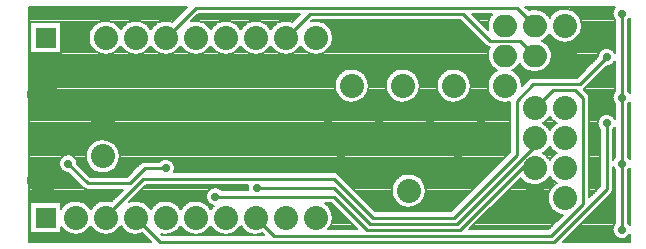
<source format=gbr>
G04 DipTrace 2.4.0.2*
%INBottom.gbr*%
%MOIN*%
%ADD16C,0.01*%
%ADD21C,0.007*%
%ADD24C,0.08*%
%ADD25C,0.08*%
%ADD26R,0.07X0.07*%
%ADD28O,0.08X0.075*%
%ADD29C,0.028*%
%ADD31C,0.04*%
%FSLAX44Y44*%
G04*
G70*
G90*
G75*
G01*
%LNBottom*%
%LPD*%
X11790Y5990D2*
D16*
X14340D1*
X15540Y4790D1*
X18440D1*
X21040Y7390D1*
Y7640D1*
Y6640D2*
Y6890D1*
X20840D1*
X18540Y4590D1*
X15440D1*
X14340Y5690D1*
X10390D1*
X21040Y8640D2*
X21640Y9240D1*
X22390D1*
X22640Y8990D1*
Y5440D1*
X21590Y4390D1*
X12340D1*
X11740Y4990D1*
X23440Y10340D2*
X22540Y9440D1*
X20990D1*
X20440Y8890D1*
Y7090D1*
X18340Y4990D1*
X15640D1*
X14340Y6290D1*
X7990D1*
X6690Y4990D1*
X6740D1*
X12740Y10990D2*
X13540Y11790D1*
X18640D1*
X19540Y10890D1*
X20540D1*
X20840Y10590D1*
X21140D1*
X21040Y10490D1*
Y10390D1*
X8740Y10990D2*
X9740Y11990D1*
X20440D1*
X21040Y11390D1*
X5490Y6790D2*
X6140Y6140D1*
X7540D1*
X8040Y6640D1*
X8740D1*
X7740Y4990D2*
X8540Y4190D1*
X21690D1*
X23440Y5940D1*
Y8140D1*
X23940Y11790D2*
Y8990D1*
Y6790D2*
Y8990D1*
Y6790D2*
Y4590D1*
D29*
X11790Y5990D3*
X10390Y5690D3*
X23440Y8140D3*
X19240Y8190D3*
X17540D3*
X15840D3*
X14140D3*
D31*
X18490Y7190D3*
X14590D3*
D29*
X23940Y11790D3*
X8740Y6640D3*
X5490Y6790D3*
X23440Y10340D3*
X23940Y8990D3*
Y4590D3*
X23190Y11790D3*
X23940Y6790D3*
X4182Y11936D2*
D21*
X9372D1*
X20809D2*
X21879D1*
X22201D2*
X23662D1*
X4182Y11868D2*
X9303D1*
X21329D2*
X21727D1*
X22354D2*
X23635D1*
X4182Y11799D2*
X9234D1*
X21429D2*
X21639D1*
X22441D2*
X23625D1*
X4182Y11730D2*
X9166D1*
X9795D2*
X13166D1*
X19015D2*
X19585D1*
X21494D2*
X21579D1*
X22502D2*
X23631D1*
X4182Y11662D2*
X9097D1*
X9727D2*
X13097D1*
X19083D2*
X19538D1*
X22546D2*
X23654D1*
X4182Y11593D2*
X9028D1*
X9658D2*
X13028D1*
X19152D2*
X19505D1*
X22577D2*
X23696D1*
X4182Y11524D2*
X6541D1*
X6939D2*
X7542D1*
X7938D2*
X8541D1*
X9939D2*
X10541D1*
X10939D2*
X11542D1*
X11938D2*
X12541D1*
X13939D2*
X18591D1*
X19221D2*
X19482D1*
X22598D2*
X23715D1*
X24164D2*
X24198D1*
X4182Y11455D2*
X4216D1*
X5264D2*
X6409D1*
X7072D2*
X7408D1*
X8072D2*
X8408D1*
X10071D2*
X10408D1*
X11072D2*
X11408D1*
X12072D2*
X12408D1*
X14072D2*
X18660D1*
X19289D2*
X19469D1*
X22611D2*
X23715D1*
X24164D2*
X24198D1*
X4182Y11387D2*
X4216D1*
X5264D2*
X6328D1*
X7153D2*
X7327D1*
X8153D2*
X8327D1*
X10153D2*
X10327D1*
X11153D2*
X11327D1*
X12153D2*
X12327D1*
X14153D2*
X18729D1*
X19358D2*
X19466D1*
X22614D2*
X23715D1*
X24164D2*
X24198D1*
X4182Y11318D2*
X4216D1*
X5264D2*
X6270D1*
X7210D2*
X7269D1*
X8210D2*
X8270D1*
X10210D2*
X10269D1*
X11210D2*
X11270D1*
X12211D2*
X12270D1*
X14210D2*
X18797D1*
X19426D2*
X19470D1*
X22610D2*
X23715D1*
X24164D2*
X24198D1*
X4182Y11249D2*
X4216D1*
X5264D2*
X6228D1*
X14252D2*
X18866D1*
X22597D2*
X23715D1*
X24164D2*
X24198D1*
X4182Y11181D2*
X4216D1*
X5264D2*
X6199D1*
X14281D2*
X18934D1*
X22575D2*
X23715D1*
X24164D2*
X24198D1*
X4182Y11112D2*
X4216D1*
X5264D2*
X6179D1*
X14301D2*
X19003D1*
X22542D2*
X23715D1*
X24164D2*
X24198D1*
X4182Y11043D2*
X4216D1*
X5264D2*
X6168D1*
X14312D2*
X19072D1*
X21489D2*
X21583D1*
X22496D2*
X23715D1*
X24164D2*
X24198D1*
X4182Y10975D2*
X4216D1*
X5264D2*
X6166D1*
X14314D2*
X19141D1*
X21421D2*
X21647D1*
X22434D2*
X23715D1*
X24164D2*
X24198D1*
X4182Y10906D2*
X4216D1*
X5264D2*
X6171D1*
X14308D2*
X19210D1*
X21317D2*
X21736D1*
X22343D2*
X23715D1*
X24164D2*
X24198D1*
X4182Y10837D2*
X4216D1*
X5264D2*
X6187D1*
X14293D2*
X19278D1*
X21380D2*
X21904D1*
X22176D2*
X23715D1*
X24164D2*
X24198D1*
X4182Y10769D2*
X4216D1*
X5264D2*
X6211D1*
X14269D2*
X19347D1*
X21461D2*
X23715D1*
X24164D2*
X24198D1*
X4182Y10700D2*
X4216D1*
X5264D2*
X6246D1*
X14235D2*
X19427D1*
X21517D2*
X23715D1*
X24164D2*
X24198D1*
X4182Y10631D2*
X4216D1*
X5264D2*
X6294D1*
X7187D2*
X7293D1*
X8187D2*
X8293D1*
X9186D2*
X9293D1*
X10187D2*
X10294D1*
X11187D2*
X11293D1*
X12187D2*
X12293D1*
X13186D2*
X13294D1*
X14187D2*
X19522D1*
X21558D2*
X23334D1*
X23546D2*
X23715D1*
X24164D2*
X24198D1*
X4182Y10563D2*
X4216D1*
X5264D2*
X6359D1*
X7120D2*
X7360D1*
X8120D2*
X8360D1*
X9121D2*
X9359D1*
X10121D2*
X10359D1*
X11120D2*
X11360D1*
X12120D2*
X12360D1*
X13121D2*
X13359D1*
X14120D2*
X19493D1*
X21586D2*
X23221D1*
X23659D2*
X23715D1*
X24164D2*
X24198D1*
X4182Y10494D2*
X4216D1*
X5264D2*
X6458D1*
X7023D2*
X7457D1*
X8023D2*
X8457D1*
X9022D2*
X9457D1*
X10023D2*
X10458D1*
X11023D2*
X11457D1*
X12023D2*
X12457D1*
X13022D2*
X13458D1*
X14023D2*
X19476D1*
X21605D2*
X23167D1*
X24164D2*
X24198D1*
X4182Y10425D2*
X6677D1*
X6803D2*
X7677D1*
X7803D2*
X8677D1*
X8803D2*
X9677D1*
X9803D2*
X10677D1*
X10803D2*
X11677D1*
X11803D2*
X12677D1*
X12803D2*
X13677D1*
X13803D2*
X19467D1*
X21614D2*
X23137D1*
X24164D2*
X24198D1*
X4182Y10356D2*
X19467D1*
X21614D2*
X23125D1*
X24164D2*
X24198D1*
X4182Y10288D2*
X19476D1*
X21605D2*
X23073D1*
X24164D2*
X24198D1*
X4182Y10219D2*
X19493D1*
X21587D2*
X23004D1*
X24164D2*
X24198D1*
X4182Y10150D2*
X19522D1*
X21559D2*
X22936D1*
X23690D2*
X23716D1*
X24164D2*
X24198D1*
X4182Y10082D2*
X19562D1*
X20519D2*
X20562D1*
X21518D2*
X22867D1*
X23614D2*
X23715D1*
X24164D2*
X24198D1*
X4182Y10013D2*
X19618D1*
X20462D2*
X20617D1*
X21463D2*
X22798D1*
X23428D2*
X23715D1*
X24164D2*
X24198D1*
X4182Y9944D2*
X14811D1*
X15069D2*
X16512D1*
X16768D2*
X18211D1*
X18469D2*
X19699D1*
X20382D2*
X20698D1*
X21382D2*
X22729D1*
X23359D2*
X23715D1*
X24164D2*
X24198D1*
X4182Y9876D2*
X14639D1*
X15240D2*
X16340D1*
X16941D2*
X18039D1*
X18641D2*
X19739D1*
X20341D2*
X20835D1*
X21245D2*
X22661D1*
X23290D2*
X23715D1*
X24164D2*
X24198D1*
X4182Y9807D2*
X14548D1*
X15332D2*
X16248D1*
X17032D2*
X17948D1*
X18732D2*
X19648D1*
X20432D2*
X22593D1*
X23221D2*
X23715D1*
X24164D2*
X24198D1*
X4182Y9738D2*
X14485D1*
X15396D2*
X16184D1*
X17095D2*
X17885D1*
X18795D2*
X19585D1*
X20495D2*
X22524D1*
X23153D2*
X23715D1*
X24164D2*
X24198D1*
X4182Y9670D2*
X14439D1*
X15441D2*
X16139D1*
X17141D2*
X17839D1*
X18841D2*
X19539D1*
X20541D2*
X22455D1*
X23085D2*
X23715D1*
X24164D2*
X24198D1*
X4182Y9601D2*
X14406D1*
X15474D2*
X16106D1*
X17174D2*
X17807D1*
X18874D2*
X19506D1*
X20573D2*
X20836D1*
X23016D2*
X23715D1*
X24164D2*
X24198D1*
X4182Y9532D2*
X14383D1*
X15496D2*
X16084D1*
X17196D2*
X17784D1*
X18897D2*
X19483D1*
X20596D2*
X20767D1*
X22947D2*
X23715D1*
X24164D2*
X24198D1*
X4182Y9464D2*
X14370D1*
X15509D2*
X16071D1*
X17210D2*
X17770D1*
X18910D2*
X19470D1*
X20610D2*
X20698D1*
X22878D2*
X23715D1*
X24164D2*
X24198D1*
X4182Y9395D2*
X14366D1*
X15515D2*
X16065D1*
X17215D2*
X17765D1*
X18914D2*
X19466D1*
X22809D2*
X23715D1*
X24164D2*
X24198D1*
X4182Y9326D2*
X14369D1*
X15511D2*
X16069D1*
X17211D2*
X17769D1*
X18911D2*
X19469D1*
X22741D2*
X23715D1*
X24164D2*
X24198D1*
X4182Y9257D2*
X14381D1*
X15498D2*
X16081D1*
X17199D2*
X17781D1*
X18899D2*
X19481D1*
X22688D2*
X23715D1*
X24164D2*
X24198D1*
X4182Y9189D2*
X14403D1*
X15478D2*
X16102D1*
X17177D2*
X17802D1*
X18878D2*
X19502D1*
X22756D2*
X23699D1*
X4182Y9120D2*
X14433D1*
X15446D2*
X16134D1*
X17147D2*
X17834D1*
X18846D2*
X19534D1*
X22821D2*
X23655D1*
X4182Y9051D2*
X14477D1*
X15402D2*
X16178D1*
X17103D2*
X17878D1*
X18803D2*
X19577D1*
X22856D2*
X23632D1*
X4182Y8983D2*
X14537D1*
X15342D2*
X16238D1*
X17043D2*
X17938D1*
X18743D2*
X19637D1*
X22865D2*
X23625D1*
X4182Y8914D2*
X14624D1*
X15257D2*
X16323D1*
X16956D2*
X18024D1*
X18656D2*
X19724D1*
X22865D2*
X23635D1*
X4182Y8845D2*
X14774D1*
X15107D2*
X16473D1*
X16807D2*
X18173D1*
X18506D2*
X19874D1*
X22865D2*
X23661D1*
X4182Y8777D2*
X20215D1*
X22865D2*
X23712D1*
X24169D2*
X24198D1*
X4182Y8708D2*
X20215D1*
X22865D2*
X23715D1*
X24164D2*
X24198D1*
X4182Y8639D2*
X20215D1*
X22865D2*
X23715D1*
X24164D2*
X24198D1*
X4182Y8571D2*
X20215D1*
X22865D2*
X23715D1*
X24164D2*
X24198D1*
X4182Y8502D2*
X20215D1*
X22865D2*
X23715D1*
X24164D2*
X24198D1*
X4182Y8433D2*
X20215D1*
X22865D2*
X23340D1*
X23540D2*
X23715D1*
X24164D2*
X24198D1*
X4182Y8365D2*
X20215D1*
X22865D2*
X23223D1*
X23657D2*
X23715D1*
X24164D2*
X24198D1*
X4182Y8296D2*
X20215D1*
X21499D2*
X21581D1*
X22865D2*
X23168D1*
X24164D2*
X24198D1*
X4182Y8227D2*
X20215D1*
X21436D2*
X21643D1*
X22865D2*
X23139D1*
X24164D2*
X24198D1*
X4182Y8158D2*
X20215D1*
X21348D2*
X21732D1*
X22865D2*
X23125D1*
X24164D2*
X24198D1*
X4182Y8090D2*
X20215D1*
X21393D2*
X21687D1*
X22865D2*
X23130D1*
X24164D2*
X24198D1*
X4182Y8021D2*
X20215D1*
X21467D2*
X21613D1*
X22865D2*
X23149D1*
X24164D2*
X24198D1*
X4182Y7952D2*
X20215D1*
X21521D2*
X21559D1*
X22865D2*
X23189D1*
X23691D2*
X23716D1*
X24164D2*
X24198D1*
X4182Y7884D2*
X20215D1*
X22865D2*
X23215D1*
X23664D2*
X23715D1*
X24164D2*
X24198D1*
X4182Y7815D2*
X20215D1*
X22865D2*
X23215D1*
X23664D2*
X23715D1*
X24164D2*
X24198D1*
X4182Y7746D2*
X20215D1*
X22865D2*
X23215D1*
X23664D2*
X23715D1*
X24164D2*
X24198D1*
X4182Y7678D2*
X20215D1*
X22865D2*
X23215D1*
X23664D2*
X23715D1*
X24164D2*
X24198D1*
X4182Y7609D2*
X20215D1*
X22865D2*
X23215D1*
X23664D2*
X23715D1*
X24164D2*
X24198D1*
X4182Y7540D2*
X6386D1*
X6897D2*
X20215D1*
X22865D2*
X23215D1*
X23664D2*
X23715D1*
X24164D2*
X24198D1*
X4182Y7472D2*
X6278D1*
X7006D2*
X20215D1*
X22865D2*
X23215D1*
X23664D2*
X23715D1*
X24164D2*
X24198D1*
X4182Y7403D2*
X6207D1*
X7077D2*
X20215D1*
X22865D2*
X23215D1*
X23664D2*
X23715D1*
X24164D2*
X24198D1*
X4182Y7334D2*
X6156D1*
X7128D2*
X20215D1*
X21525D2*
X21554D1*
X22865D2*
X23215D1*
X23664D2*
X23715D1*
X24164D2*
X24198D1*
X4182Y7266D2*
X6119D1*
X7165D2*
X20215D1*
X21474D2*
X21606D1*
X22865D2*
X23215D1*
X23664D2*
X23715D1*
X24164D2*
X24198D1*
X4182Y7197D2*
X6092D1*
X7191D2*
X20215D1*
X21401D2*
X21678D1*
X22865D2*
X23215D1*
X23664D2*
X23715D1*
X24164D2*
X24198D1*
X4182Y7128D2*
X6076D1*
X7208D2*
X20164D1*
X21337D2*
X21743D1*
X22865D2*
X23215D1*
X23664D2*
X23715D1*
X24164D2*
X24198D1*
X4182Y7059D2*
X5334D1*
X5645D2*
X6068D1*
X7216D2*
X20095D1*
X21430D2*
X21651D1*
X22865D2*
X23215D1*
X23664D2*
X23715D1*
X24164D2*
X24198D1*
X4182Y6991D2*
X5250D1*
X5730D2*
X6068D1*
X7214D2*
X20026D1*
X21493D2*
X21587D1*
X22865D2*
X23215D1*
X23664D2*
X23700D1*
X4182Y6922D2*
X5205D1*
X5775D2*
X6077D1*
X7206D2*
X8610D1*
X8869D2*
X19958D1*
X22865D2*
X23215D1*
X4182Y6853D2*
X5182D1*
X5798D2*
X6096D1*
X7188D2*
X7990D1*
X8969D2*
X19889D1*
X22865D2*
X23215D1*
X4182Y6785D2*
X5176D1*
X5810D2*
X6123D1*
X7161D2*
X7870D1*
X9018D2*
X19820D1*
X22865D2*
X23215D1*
X4182Y6716D2*
X5185D1*
X5879D2*
X6162D1*
X7121D2*
X7801D1*
X9045D2*
X19751D1*
X22865D2*
X23215D1*
X4182Y6647D2*
X5211D1*
X5948D2*
X6216D1*
X7068D2*
X7733D1*
X9054D2*
X19682D1*
X22865D2*
X23215D1*
X4182Y6579D2*
X5259D1*
X6016D2*
X6290D1*
X6992D2*
X7664D1*
X9049D2*
X19614D1*
X22865D2*
X23215D1*
X23664D2*
X23709D1*
X24171D2*
X24197D1*
X4182Y6510D2*
X5355D1*
X6085D2*
X6407D1*
X6876D2*
X7595D1*
X9026D2*
X19546D1*
X22865D2*
X23215D1*
X23664D2*
X23715D1*
X24164D2*
X24198D1*
X4182Y6441D2*
X5524D1*
X6153D2*
X7526D1*
X14503D2*
X16697D1*
X16982D2*
X19477D1*
X22865D2*
X23215D1*
X23664D2*
X23715D1*
X24164D2*
X24198D1*
X4182Y6373D2*
X5593D1*
X6222D2*
X7457D1*
X14572D2*
X16534D1*
X17146D2*
X19408D1*
X22865D2*
X23215D1*
X23664D2*
X23715D1*
X24164D2*
X24198D1*
X4182Y6304D2*
X5662D1*
X14641D2*
X16445D1*
X17235D2*
X19339D1*
X21504D2*
X21576D1*
X22865D2*
X23215D1*
X23664D2*
X23715D1*
X24164D2*
X24198D1*
X4182Y6235D2*
X5730D1*
X14710D2*
X16382D1*
X17298D2*
X19271D1*
X20500D2*
X20635D1*
X21445D2*
X21635D1*
X22865D2*
X23215D1*
X23664D2*
X23715D1*
X24164D2*
X24198D1*
X4182Y6167D2*
X5798D1*
X14778D2*
X16338D1*
X17343D2*
X19202D1*
X20431D2*
X20720D1*
X21360D2*
X21720D1*
X22865D2*
X23215D1*
X23664D2*
X23715D1*
X24164D2*
X24198D1*
X4182Y6098D2*
X5867D1*
X14847D2*
X16305D1*
X17375D2*
X19133D1*
X20362D2*
X20865D1*
X21216D2*
X21698D1*
X22865D2*
X23215D1*
X23664D2*
X23715D1*
X24164D2*
X24198D1*
X4182Y6029D2*
X5936D1*
X8043D2*
X11478D1*
X14916D2*
X16283D1*
X17397D2*
X19064D1*
X20293D2*
X21619D1*
X22865D2*
X23214D1*
X23664D2*
X23715D1*
X24164D2*
X24198D1*
X4182Y5960D2*
X6010D1*
X7976D2*
X10237D1*
X10544D2*
X11477D1*
X14984D2*
X16270D1*
X17410D2*
X18995D1*
X20226D2*
X21565D1*
X22865D2*
X23146D1*
X23664D2*
X23715D1*
X24164D2*
X24198D1*
X4182Y5892D2*
X7277D1*
X7907D2*
X10151D1*
X15053D2*
X16265D1*
X17415D2*
X18928D1*
X20157D2*
X21524D1*
X22865D2*
X23077D1*
X23659D2*
X23715D1*
X24164D2*
X24198D1*
X4182Y5823D2*
X7208D1*
X7838D2*
X10105D1*
X15121D2*
X16270D1*
X17410D2*
X18859D1*
X20088D2*
X21496D1*
X22865D2*
X23008D1*
X23631D2*
X23715D1*
X24164D2*
X24198D1*
X4182Y5754D2*
X7139D1*
X7769D2*
X10082D1*
X15190D2*
X16282D1*
X17398D2*
X18790D1*
X20019D2*
X21477D1*
X22865D2*
X22939D1*
X23569D2*
X23715D1*
X24164D2*
X24198D1*
X4182Y5686D2*
X7071D1*
X7700D2*
X10076D1*
X15259D2*
X16304D1*
X17376D2*
X18721D1*
X19950D2*
X21467D1*
X23500D2*
X23715D1*
X24164D2*
X24198D1*
X4182Y5617D2*
X7002D1*
X7632D2*
X10085D1*
X15328D2*
X16335D1*
X17345D2*
X18652D1*
X19882D2*
X21466D1*
X23431D2*
X23715D1*
X24164D2*
X24198D1*
X4182Y5548D2*
X5631D1*
X5849D2*
X6631D1*
X6849D2*
X6934D1*
X7563D2*
X7631D1*
X7849D2*
X8631D1*
X8848D2*
X9631D1*
X9849D2*
X10110D1*
X15397D2*
X16380D1*
X17300D2*
X18584D1*
X19813D2*
X21473D1*
X23363D2*
X23715D1*
X24164D2*
X24198D1*
X4182Y5480D2*
X4216D1*
X5264D2*
X5446D1*
X6034D2*
X6446D1*
X8034D2*
X8446D1*
X9034D2*
X9446D1*
X10034D2*
X10159D1*
X15465D2*
X16440D1*
X17239D2*
X18515D1*
X19744D2*
X21488D1*
X23295D2*
X23715D1*
X24164D2*
X24198D1*
X4182Y5411D2*
X4216D1*
X5264D2*
X5352D1*
X6127D2*
X6353D1*
X8128D2*
X8352D1*
X9127D2*
X9352D1*
X10128D2*
X10253D1*
X14128D2*
X14304D1*
X15533D2*
X16529D1*
X17151D2*
X18446D1*
X19676D2*
X21513D1*
X23226D2*
X23715D1*
X24164D2*
X24198D1*
X4182Y5342D2*
X4216D1*
X5264D2*
X5287D1*
X6192D2*
X6288D1*
X8192D2*
X8288D1*
X9192D2*
X9288D1*
X10192D2*
X10288D1*
X14193D2*
X14373D1*
X15602D2*
X16684D1*
X16996D2*
X18377D1*
X19607D2*
X21549D1*
X23157D2*
X23715D1*
X24164D2*
X24198D1*
X4182Y5274D2*
X4216D1*
X14238D2*
X14442D1*
X15671D2*
X18309D1*
X19539D2*
X21600D1*
X23088D2*
X23715D1*
X24164D2*
X24198D1*
X4182Y5205D2*
X4216D1*
X14272D2*
X14510D1*
X19470D2*
X21669D1*
X23019D2*
X23715D1*
X24164D2*
X24198D1*
X4182Y5136D2*
X4216D1*
X14295D2*
X14579D1*
X19401D2*
X21771D1*
X22951D2*
X23715D1*
X24164D2*
X24198D1*
X4182Y5068D2*
X4216D1*
X14310D2*
X14648D1*
X19332D2*
X21953D1*
X22882D2*
X23715D1*
X24164D2*
X24198D1*
X4182Y4999D2*
X4216D1*
X14315D2*
X14717D1*
X19263D2*
X21884D1*
X22813D2*
X23715D1*
X24164D2*
X24198D1*
X4182Y4930D2*
X4216D1*
X14312D2*
X14786D1*
X19195D2*
X21815D1*
X22745D2*
X23715D1*
X24164D2*
X24198D1*
X4182Y4861D2*
X4216D1*
X14300D2*
X14853D1*
X19126D2*
X21747D1*
X22676D2*
X23715D1*
X24164D2*
X24198D1*
X4182Y4793D2*
X4216D1*
X14279D2*
X14922D1*
X19058D2*
X21678D1*
X22608D2*
X23702D1*
X4182Y4724D2*
X4216D1*
X14248D2*
X14991D1*
X18989D2*
X21609D1*
X22539D2*
X23656D1*
X4182Y4655D2*
X4216D1*
X6206D2*
X6274D1*
X7206D2*
X7275D1*
X9205D2*
X9274D1*
X10206D2*
X10275D1*
X11206D2*
X11275D1*
X14206D2*
X15060D1*
X18920D2*
X21541D1*
X22470D2*
X23633D1*
X4182Y4587D2*
X4216D1*
X5264D2*
X5333D1*
X6147D2*
X6333D1*
X7147D2*
X7334D1*
X9146D2*
X9333D1*
X10147D2*
X10334D1*
X11146D2*
X11334D1*
X22401D2*
X23625D1*
X4182Y4518D2*
X4216D1*
X5264D2*
X5418D1*
X6063D2*
X6417D1*
X7062D2*
X7418D1*
X9062D2*
X9417D1*
X10063D2*
X10418D1*
X11062D2*
X11418D1*
X22332D2*
X23634D1*
X4182Y4449D2*
X5560D1*
X5919D2*
X6561D1*
X6920D2*
X7560D1*
X7920D2*
X7966D1*
X8920D2*
X9561D1*
X9919D2*
X10560D1*
X10920D2*
X11560D1*
X11920D2*
X11966D1*
X22264D2*
X23659D1*
X4182Y4381D2*
X8035D1*
X22196D2*
X23707D1*
X24172D2*
X24198D1*
X4182Y4312D2*
X8103D1*
X22127D2*
X23801D1*
X24079D2*
X24198D1*
X4182Y4243D2*
X8172D1*
X22058D2*
X24198D1*
X15507Y9355D2*
X15498Y9286D1*
X15481Y9218D1*
X15456Y9153D1*
X15423Y9091D1*
X15382Y9034D1*
X15335Y8982D1*
X15282Y8937D1*
X15223Y8898D1*
X15161Y8867D1*
X15095Y8844D1*
X15026Y8829D1*
X14957Y8823D1*
X14887Y8825D1*
X14818Y8836D1*
X14750Y8855D1*
X14686Y8882D1*
X14626Y8917D1*
X14570Y8960D1*
X14520Y9008D1*
X14476Y9063D1*
X14439Y9122D1*
X14410Y9186D1*
X14389Y9253D1*
X14376Y9322D1*
X14372Y9391D1*
X14377Y9461D1*
X14390Y9530D1*
X14411Y9597D1*
X14441Y9660D1*
X14478Y9719D1*
X14522Y9774D1*
X14572Y9822D1*
X14628Y9864D1*
X14689Y9899D1*
X14753Y9926D1*
X14821Y9945D1*
X14890Y9955D1*
X14960Y9957D1*
X15029Y9951D1*
X15098Y9935D1*
X15163Y9912D1*
X15226Y9880D1*
X15284Y9842D1*
X15337Y9796D1*
X15384Y9744D1*
X15424Y9687D1*
X15457Y9625D1*
X15482Y9559D1*
X15499Y9492D1*
X15507Y9422D1*
Y9355D1*
X17207D2*
X17198Y9286D1*
X17181Y9218D1*
X17156Y9153D1*
X17123Y9091D1*
X17082Y9034D1*
X17035Y8982D1*
X16982Y8937D1*
X16923Y8898D1*
X16861Y8867D1*
X16795Y8844D1*
X16726Y8829D1*
X16657Y8823D1*
X16587Y8825D1*
X16518Y8836D1*
X16450Y8855D1*
X16386Y8882D1*
X16326Y8917D1*
X16270Y8960D1*
X16220Y9008D1*
X16176Y9063D1*
X16139Y9122D1*
X16110Y9186D1*
X16089Y9253D1*
X16076Y9322D1*
X16072Y9391D1*
X16077Y9461D1*
X16090Y9530D1*
X16111Y9597D1*
X16141Y9660D1*
X16178Y9719D1*
X16222Y9774D1*
X16272Y9822D1*
X16328Y9864D1*
X16389Y9899D1*
X16453Y9926D1*
X16521Y9945D1*
X16590Y9955D1*
X16660Y9957D1*
X16729Y9951D1*
X16798Y9935D1*
X16863Y9912D1*
X16926Y9880D1*
X16984Y9842D1*
X17037Y9796D1*
X17084Y9744D1*
X17124Y9687D1*
X17157Y9625D1*
X17182Y9559D1*
X17199Y9492D1*
X17207Y9422D1*
Y9355D1*
X18907D2*
X18898Y9286D1*
X18881Y9218D1*
X18856Y9153D1*
X18823Y9091D1*
X18782Y9034D1*
X18735Y8982D1*
X18682Y8937D1*
X18623Y8898D1*
X18561Y8867D1*
X18495Y8844D1*
X18426Y8829D1*
X18357Y8823D1*
X18287Y8825D1*
X18218Y8836D1*
X18150Y8855D1*
X18086Y8882D1*
X18026Y8917D1*
X17970Y8960D1*
X17920Y9008D1*
X17876Y9063D1*
X17839Y9122D1*
X17810Y9186D1*
X17789Y9253D1*
X17776Y9322D1*
X17772Y9391D1*
X17777Y9461D1*
X17790Y9530D1*
X17811Y9597D1*
X17841Y9660D1*
X17878Y9719D1*
X17922Y9774D1*
X17972Y9822D1*
X18028Y9864D1*
X18089Y9899D1*
X18153Y9926D1*
X18221Y9945D1*
X18290Y9955D1*
X18360Y9957D1*
X18429Y9951D1*
X18498Y9935D1*
X18563Y9912D1*
X18626Y9880D1*
X18684Y9842D1*
X18737Y9796D1*
X18784Y9744D1*
X18824Y9687D1*
X18857Y9625D1*
X18882Y9559D1*
X18899Y9492D1*
X18907Y9422D1*
Y9355D1*
X20223Y8853D2*
X20161Y8835D1*
X20092Y8825D1*
X20022Y8823D1*
X19952Y8829D1*
X19884Y8844D1*
X19818Y8868D1*
X19755Y8899D1*
X19697Y8938D1*
X19644Y8983D1*
X19597Y9035D1*
X19557Y9092D1*
X19524Y9154D1*
X19499Y9219D1*
X19482Y9287D1*
X19473Y9356D1*
Y9426D1*
X19482Y9496D1*
X19499Y9564D1*
X19525Y9629D1*
X19558Y9690D1*
X19599Y9747D1*
X19646Y9799D1*
X19699Y9844D1*
X19758Y9883D1*
X19786Y9898D1*
X19728Y9929D1*
X19671Y9970D1*
X19620Y10018D1*
X19575Y10072D1*
X19538Y10131D1*
X19509Y10194D1*
X19488Y10261D1*
X19476Y10330D1*
X19472Y10400D1*
X19478Y10470D1*
X19493Y10538D1*
X19516Y10604D1*
X19548Y10666D1*
X19552Y10673D1*
X19505Y10675D1*
X19471Y10683D1*
X19439Y10697D1*
X19409Y10716D1*
X19386Y10736D1*
X18550Y11572D1*
X13630D1*
X13597Y11539D1*
X13655Y11551D1*
X13725Y11558D1*
X13795Y11555D1*
X13864Y11544D1*
X13931Y11525D1*
X13995Y11497D1*
X14056Y11462D1*
X14111Y11419D1*
X14161Y11371D1*
X14205Y11316D1*
X14241Y11256D1*
X14270Y11193D1*
X14291Y11126D1*
X14304Y11057D1*
X14308Y10990D1*
X14303Y10920D1*
X14291Y10851D1*
X14269Y10785D1*
X14240Y10721D1*
X14203Y10662D1*
X14159Y10607D1*
X14109Y10559D1*
X14053Y10516D1*
X13993Y10482D1*
X13928Y10454D1*
X13861Y10435D1*
X13792Y10425D1*
X13722Y10423D1*
X13652Y10429D1*
X13584Y10444D1*
X13518Y10468D1*
X13455Y10499D1*
X13397Y10538D1*
X13344Y10583D1*
X13297Y10635D1*
X13257Y10692D1*
X13240Y10721D1*
X13203Y10662D1*
X13159Y10607D1*
X13109Y10559D1*
X13053Y10516D1*
X12993Y10482D1*
X12928Y10454D1*
X12861Y10435D1*
X12792Y10425D1*
X12722Y10423D1*
X12652Y10429D1*
X12584Y10444D1*
X12518Y10468D1*
X12455Y10499D1*
X12397Y10538D1*
X12344Y10583D1*
X12297Y10635D1*
X12257Y10692D1*
X12240Y10721D1*
X12203Y10662D1*
X12159Y10607D1*
X12109Y10559D1*
X12053Y10516D1*
X11993Y10482D1*
X11928Y10454D1*
X11861Y10435D1*
X11792Y10425D1*
X11722Y10423D1*
X11652Y10429D1*
X11584Y10444D1*
X11518Y10468D1*
X11455Y10499D1*
X11397Y10538D1*
X11344Y10583D1*
X11297Y10635D1*
X11257Y10692D1*
X11240Y10721D1*
X11203Y10662D1*
X11159Y10607D1*
X11109Y10559D1*
X11053Y10516D1*
X10993Y10482D1*
X10928Y10454D1*
X10861Y10435D1*
X10792Y10425D1*
X10722Y10423D1*
X10652Y10429D1*
X10584Y10444D1*
X10518Y10468D1*
X10455Y10499D1*
X10397Y10538D1*
X10344Y10583D1*
X10297Y10635D1*
X10257Y10692D1*
X10240Y10721D1*
X10203Y10662D1*
X10159Y10607D1*
X10109Y10559D1*
X10053Y10516D1*
X9993Y10482D1*
X9928Y10454D1*
X9861Y10435D1*
X9792Y10425D1*
X9722Y10423D1*
X9652Y10429D1*
X9584Y10444D1*
X9518Y10468D1*
X9455Y10499D1*
X9397Y10538D1*
X9344Y10583D1*
X9297Y10635D1*
X9257Y10692D1*
X9240Y10721D1*
X9203Y10662D1*
X9159Y10607D1*
X9109Y10559D1*
X9053Y10516D1*
X8993Y10482D1*
X8928Y10454D1*
X8861Y10435D1*
X8792Y10425D1*
X8722Y10423D1*
X8652Y10429D1*
X8584Y10444D1*
X8518Y10468D1*
X8455Y10499D1*
X8397Y10538D1*
X8344Y10583D1*
X8297Y10635D1*
X8257Y10692D1*
X8240Y10721D1*
X8203Y10662D1*
X8159Y10607D1*
X8109Y10559D1*
X8053Y10516D1*
X7993Y10482D1*
X7928Y10454D1*
X7861Y10435D1*
X7792Y10425D1*
X7722Y10423D1*
X7652Y10429D1*
X7584Y10444D1*
X7518Y10468D1*
X7455Y10499D1*
X7397Y10538D1*
X7344Y10583D1*
X7297Y10635D1*
X7257Y10692D1*
X7240Y10721D1*
X7203Y10662D1*
X7159Y10607D1*
X7109Y10559D1*
X7053Y10516D1*
X6993Y10482D1*
X6928Y10454D1*
X6861Y10435D1*
X6792Y10425D1*
X6722Y10423D1*
X6652Y10429D1*
X6584Y10444D1*
X6518Y10468D1*
X6455Y10499D1*
X6397Y10538D1*
X6344Y10583D1*
X6297Y10635D1*
X6257Y10692D1*
X6224Y10754D1*
X6199Y10819D1*
X6182Y10887D1*
X6173Y10956D1*
Y11026D1*
X6182Y11096D1*
X6199Y11164D1*
X6225Y11229D1*
X6258Y11290D1*
X6299Y11347D1*
X6346Y11399D1*
X6399Y11444D1*
X6458Y11483D1*
X6521Y11514D1*
X6587Y11537D1*
X6655Y11551D1*
X6725Y11558D1*
X6795Y11555D1*
X6864Y11544D1*
X6931Y11525D1*
X6995Y11497D1*
X7056Y11462D1*
X7111Y11419D1*
X7161Y11371D1*
X7205Y11316D1*
X7240Y11259D1*
X7278Y11319D1*
X7322Y11374D1*
X7372Y11422D1*
X7428Y11464D1*
X7489Y11499D1*
X7553Y11526D1*
X7621Y11545D1*
X7690Y11555D1*
X7760Y11557D1*
X7829Y11551D1*
X7898Y11535D1*
X7963Y11512D1*
X8026Y11480D1*
X8084Y11442D1*
X8137Y11396D1*
X8184Y11344D1*
X8224Y11287D1*
X8241Y11260D1*
X8278Y11319D1*
X8322Y11374D1*
X8372Y11422D1*
X8428Y11464D1*
X8489Y11499D1*
X8553Y11526D1*
X8621Y11545D1*
X8690Y11555D1*
X8760Y11557D1*
X8829Y11551D1*
X8898Y11535D1*
X8957Y11515D1*
X9447Y12005D1*
X4175D1*
Y4175D1*
X8247D1*
X7957Y4465D1*
X7895Y4444D1*
X7826Y4429D1*
X7757Y4423D1*
X7687Y4425D1*
X7618Y4436D1*
X7550Y4455D1*
X7486Y4482D1*
X7426Y4517D1*
X7370Y4560D1*
X7320Y4608D1*
X7276Y4663D1*
X7240Y4721D1*
X7203Y4662D1*
X7159Y4607D1*
X7109Y4559D1*
X7053Y4516D1*
X6993Y4482D1*
X6928Y4454D1*
X6861Y4435D1*
X6792Y4425D1*
X6722Y4423D1*
X6652Y4429D1*
X6584Y4444D1*
X6518Y4468D1*
X6455Y4499D1*
X6397Y4538D1*
X6344Y4583D1*
X6297Y4635D1*
X6257Y4692D1*
X6240Y4721D1*
X6203Y4662D1*
X6159Y4607D1*
X6109Y4559D1*
X6053Y4516D1*
X5993Y4482D1*
X5928Y4454D1*
X5861Y4435D1*
X5792Y4425D1*
X5722Y4423D1*
X5652Y4429D1*
X5584Y4444D1*
X5518Y4468D1*
X5455Y4499D1*
X5397Y4538D1*
X5344Y4583D1*
X5297Y4635D1*
X5257Y4691D1*
X5258Y4472D1*
X4222D1*
Y5508D1*
X5258D1*
Y5290D1*
X5299Y5347D1*
X5346Y5399D1*
X5399Y5444D1*
X5458Y5483D1*
X5521Y5514D1*
X5587Y5537D1*
X5655Y5551D1*
X5725Y5558D1*
X5795Y5555D1*
X5864Y5544D1*
X5931Y5525D1*
X5995Y5497D1*
X6056Y5462D1*
X6111Y5419D1*
X6161Y5371D1*
X6205Y5316D1*
X6240Y5259D1*
X6278Y5319D1*
X6322Y5374D1*
X6372Y5422D1*
X6428Y5464D1*
X6489Y5499D1*
X6553Y5526D1*
X6621Y5545D1*
X6690Y5555D1*
X6760Y5557D1*
X6829Y5551D1*
X6898Y5535D1*
X6919Y5528D1*
X7180Y5787D1*
X7315Y5923D1*
X6140Y5922D1*
X6105Y5925D1*
X6071Y5933D1*
X6039Y5947D1*
X6009Y5966D1*
X5986Y5986D1*
X5490Y6482D1*
X5448Y6485D1*
X5414Y6492D1*
X5381Y6502D1*
X5349Y6517D1*
X5319Y6534D1*
X5291Y6555D1*
X5265Y6580D1*
X5243Y6606D1*
X5224Y6636D1*
X5208Y6667D1*
X5196Y6700D1*
X5187Y6734D1*
X5183Y6768D1*
Y6803D1*
X5186Y6838D1*
X5193Y6872D1*
X5205Y6905D1*
X5220Y6937D1*
X5238Y6967D1*
X5260Y6994D1*
X5284Y7019D1*
X5312Y7041D1*
X5341Y7059D1*
X5373Y7075D1*
X5406Y7086D1*
X5440Y7094D1*
X5475Y7097D1*
X5510D1*
X5545Y7093D1*
X5579Y7085D1*
X5611Y7073D1*
X5643Y7057D1*
X5672Y7038D1*
X5699Y7016D1*
X5723Y6991D1*
X5745Y6963D1*
X5763Y6933D1*
X5777Y6901D1*
X5788Y6868D1*
X5795Y6833D1*
X5798Y6789D1*
X5966Y6622D1*
X6231Y6357D1*
X6525Y6358D1*
X7449D1*
X7886Y6794D1*
X7913Y6817D1*
X7943Y6835D1*
X7975Y6848D1*
X8009Y6856D1*
X8040Y6858D1*
X8522D1*
X8562Y6891D1*
X8591Y6909D1*
X8623Y6925D1*
X8656Y6936D1*
X8690Y6944D1*
X8725Y6947D1*
X8760D1*
X8795Y6943D1*
X8829Y6935D1*
X8861Y6923D1*
X8893Y6907D1*
X8922Y6888D1*
X8949Y6866D1*
X8973Y6841D1*
X8995Y6813D1*
X9013Y6783D1*
X9027Y6751D1*
X9038Y6718D1*
X9045Y6683D1*
X9048Y6640D1*
X9046Y6605D1*
X9040Y6571D1*
X9030Y6537D1*
X9018Y6508D1*
X14340D1*
X14375Y6505D1*
X14409Y6497D1*
X14441Y6483D1*
X14471Y6464D1*
X14494Y6444D1*
X15731Y5207D1*
X17600Y5208D1*
X18251D1*
X18533Y5490D1*
X20222Y7180D1*
Y8852D1*
X20294Y9898D2*
X20356Y9862D1*
X20411Y9819D1*
X20461Y9771D1*
X20505Y9716D1*
X20541Y9656D1*
X20570Y9593D1*
X20591Y9526D1*
X20604Y9457D1*
X20608Y9390D1*
Y9366D1*
X20836Y9594D1*
X20863Y9617D1*
X20893Y9635D1*
X20925Y9648D1*
X20959Y9656D1*
X20990Y9658D1*
X22450D1*
X23132Y10340D1*
X23136Y10388D1*
X23143Y10422D1*
X23155Y10455D1*
X23170Y10487D1*
X23188Y10517D1*
X23210Y10544D1*
X23234Y10569D1*
X23262Y10591D1*
X23291Y10609D1*
X23323Y10625D1*
X23356Y10636D1*
X23390Y10644D1*
X23425Y10647D1*
X23460D1*
X23495Y10643D1*
X23529Y10635D1*
X23561Y10623D1*
X23593Y10607D1*
X23622Y10588D1*
X23649Y10566D1*
X23673Y10541D1*
X23695Y10513D1*
X23722Y10462D1*
Y11572D1*
X23693Y11606D1*
X23674Y11636D1*
X23658Y11667D1*
X23646Y11700D1*
X23637Y11734D1*
X23633Y11768D1*
Y11803D1*
X23636Y11838D1*
X23643Y11872D1*
X23655Y11905D1*
X23670Y11937D1*
X23688Y11967D1*
X23721Y12006D1*
X23540Y12005D1*
X20732D1*
X20836Y11902D1*
X20874Y11914D1*
X20943Y11928D1*
X21018Y11933D1*
X21065Y11932D1*
X21097D1*
X21167Y11923D1*
X21235Y11906D1*
X21299Y11879D1*
X21361Y11845D1*
X21417Y11803D1*
X21467Y11755D1*
X21510Y11700D1*
X21539Y11654D1*
X21558Y11690D1*
X21599Y11747D1*
X21646Y11799D1*
X21699Y11844D1*
X21758Y11883D1*
X21821Y11914D1*
X21887Y11937D1*
X21955Y11951D1*
X22025Y11958D1*
X22095Y11955D1*
X22164Y11944D1*
X22231Y11925D1*
X22295Y11897D1*
X22356Y11862D1*
X22411Y11819D1*
X22461Y11771D1*
X22505Y11716D1*
X22541Y11656D1*
X22570Y11593D1*
X22591Y11526D1*
X22604Y11457D1*
X22608Y11390D1*
X22603Y11320D1*
X22591Y11251D1*
X22569Y11185D1*
X22540Y11121D1*
X22503Y11062D1*
X22459Y11007D1*
X22409Y10959D1*
X22353Y10916D1*
X22293Y10882D1*
X22228Y10854D1*
X22161Y10835D1*
X22092Y10825D1*
X22022Y10823D1*
X21952Y10829D1*
X21884Y10844D1*
X21818Y10868D1*
X21755Y10899D1*
X21697Y10938D1*
X21644Y10983D1*
X21597Y11035D1*
X21557Y11092D1*
X21538Y11125D1*
X21519Y11092D1*
X21477Y11036D1*
X21428Y10986D1*
X21373Y10943D1*
X21313Y10907D1*
X21276Y10890D1*
X21331Y10863D1*
X21389Y10825D1*
X21443Y10780D1*
X21490Y10728D1*
X21529Y10671D1*
X21562Y10609D1*
X21586Y10543D1*
X21601Y10475D1*
X21608Y10405D1*
X21607Y10355D1*
X21598Y10286D1*
X21580Y10218D1*
X21553Y10153D1*
X21519Y10092D1*
X21477Y10036D1*
X21428Y9986D1*
X21373Y9943D1*
X21313Y9907D1*
X21249Y9879D1*
X21182Y9860D1*
X21112Y9849D1*
X21030Y9847D1*
X21015Y9848D1*
X20958Y9850D1*
X20889Y9862D1*
X20822Y9883D1*
X20758Y9912D1*
X20699Y9949D1*
X20645Y9993D1*
X20597Y10044D1*
X20556Y10101D1*
X20540Y10128D1*
X20519Y10092D1*
X20477Y10036D1*
X20428Y9986D1*
X20373Y9943D1*
X20313Y9907D1*
X20294Y9898D1*
X21968Y5077D2*
X21918Y5086D1*
X21850Y5105D1*
X21786Y5132D1*
X21726Y5167D1*
X21670Y5210D1*
X21620Y5258D1*
X21576Y5313D1*
X21539Y5372D1*
X21510Y5436D1*
X21489Y5503D1*
X21476Y5572D1*
X21472Y5641D1*
X21477Y5711D1*
X21490Y5780D1*
X21511Y5847D1*
X21541Y5910D1*
X21578Y5969D1*
X21622Y6024D1*
X21672Y6072D1*
X21728Y6114D1*
X21772Y6140D1*
X21726Y6167D1*
X21670Y6210D1*
X21620Y6258D1*
X21576Y6313D1*
X21540Y6371D1*
X21503Y6312D1*
X21459Y6257D1*
X21409Y6209D1*
X21353Y6166D1*
X21293Y6132D1*
X21228Y6104D1*
X21161Y6085D1*
X21092Y6075D1*
X21022Y6073D1*
X20952Y6079D1*
X20884Y6094D1*
X20818Y6118D1*
X20755Y6149D1*
X20697Y6188D1*
X20644Y6233D1*
X20597Y6285D1*
X20573Y6315D1*
X18865Y4607D1*
X19130Y4608D1*
X21500D1*
X21969Y5077D1*
X21540Y6909D2*
X21578Y6969D1*
X21622Y7024D1*
X21672Y7072D1*
X21728Y7114D1*
X21772Y7140D1*
X21726Y7167D1*
X21670Y7210D1*
X21620Y7258D1*
X21576Y7313D1*
X21540Y7371D1*
X21503Y7312D1*
X21459Y7257D1*
X21409Y7209D1*
X21353Y7166D1*
X21309Y7140D1*
X21356Y7112D1*
X21411Y7069D1*
X21461Y7021D1*
X21505Y6966D1*
X21540Y6909D1*
Y7909D2*
X21578Y7969D1*
X21622Y8024D1*
X21672Y8072D1*
X21728Y8114D1*
X21772Y8140D1*
X21726Y8167D1*
X21670Y8209D1*
X21620Y8258D1*
X21576Y8313D1*
X21540Y8371D1*
X21503Y8312D1*
X21459Y8257D1*
X21409Y8209D1*
X21353Y8166D1*
X21309Y8140D1*
X21356Y8112D1*
X21411Y8069D1*
X21461Y8021D1*
X21505Y7966D1*
X21540Y7909D1*
X4257Y11508D2*
X5258D1*
Y10472D1*
X4222D1*
Y11508D1*
X4257D1*
X9596Y11539D2*
X9655Y11551D1*
X9725Y11558D1*
X9795Y11555D1*
X9864Y11544D1*
X9931Y11525D1*
X9995Y11497D1*
X10056Y11462D1*
X10111Y11419D1*
X10161Y11371D1*
X10205Y11316D1*
X10240Y11259D1*
X10278Y11319D1*
X10322Y11374D1*
X10372Y11422D1*
X10428Y11464D1*
X10489Y11499D1*
X10553Y11526D1*
X10621Y11545D1*
X10690Y11555D1*
X10760Y11557D1*
X10829Y11551D1*
X10898Y11535D1*
X10963Y11512D1*
X11026Y11480D1*
X11084Y11442D1*
X11137Y11396D1*
X11184Y11344D1*
X11224Y11287D1*
X11241Y11260D1*
X11278Y11319D1*
X11322Y11374D1*
X11372Y11422D1*
X11428Y11464D1*
X11489Y11499D1*
X11553Y11526D1*
X11621Y11545D1*
X11690Y11555D1*
X11760Y11557D1*
X11829Y11551D1*
X11898Y11535D1*
X11963Y11512D1*
X12026Y11480D1*
X12084Y11442D1*
X12137Y11396D1*
X12184Y11344D1*
X12224Y11287D1*
X12241Y11260D1*
X12278Y11319D1*
X12322Y11374D1*
X12372Y11422D1*
X12428Y11464D1*
X12489Y11499D1*
X12553Y11526D1*
X12621Y11545D1*
X12690Y11555D1*
X12760Y11557D1*
X12829Y11551D1*
X12898Y11535D1*
X12957Y11515D1*
X13215Y11773D1*
X11305Y11772D1*
X9830D1*
X9598Y11540D1*
X7522Y5514D2*
X7587Y5537D1*
X7655Y5551D1*
X7725Y5558D1*
X7795Y5555D1*
X7864Y5544D1*
X7931Y5525D1*
X7995Y5497D1*
X8056Y5462D1*
X8111Y5419D1*
X8161Y5371D1*
X8205Y5316D1*
X8240Y5259D1*
X8278Y5319D1*
X8322Y5374D1*
X8372Y5422D1*
X8428Y5464D1*
X8489Y5499D1*
X8553Y5526D1*
X8621Y5545D1*
X8690Y5555D1*
X8760Y5557D1*
X8829Y5551D1*
X8898Y5535D1*
X8963Y5512D1*
X9026Y5480D1*
X9084Y5442D1*
X9137Y5396D1*
X9184Y5344D1*
X9224Y5287D1*
X9241Y5260D1*
X9278Y5319D1*
X9322Y5374D1*
X9372Y5422D1*
X9428Y5464D1*
X9489Y5499D1*
X9553Y5526D1*
X9621Y5545D1*
X9690Y5555D1*
X9760Y5557D1*
X9829Y5551D1*
X9898Y5535D1*
X9963Y5512D1*
X10026Y5480D1*
X10084Y5442D1*
X10137Y5396D1*
X10184Y5344D1*
X10224Y5287D1*
X10241Y5260D1*
X10278Y5319D1*
X10322Y5374D1*
X10335Y5387D1*
X10281Y5402D1*
X10249Y5417D1*
X10219Y5434D1*
X10191Y5455D1*
X10165Y5480D1*
X10143Y5506D1*
X10124Y5536D1*
X10108Y5567D1*
X10096Y5600D1*
X10087Y5634D1*
X10083Y5668D1*
Y5703D1*
X10086Y5738D1*
X10093Y5772D1*
X10105Y5805D1*
X10120Y5837D1*
X10138Y5867D1*
X10160Y5894D1*
X10184Y5919D1*
X10212Y5941D1*
X10241Y5959D1*
X10273Y5975D1*
X10306Y5986D1*
X10340Y5994D1*
X10375Y5997D1*
X10410D1*
X10445Y5993D1*
X10479Y5985D1*
X10511Y5973D1*
X10543Y5957D1*
X10572Y5938D1*
X10607Y5907D1*
X11370Y5908D1*
X11494D1*
X11483Y5968D1*
Y6003D1*
X11486Y6038D1*
X11494Y6073D1*
X11295Y6072D1*
X8080D1*
X7521Y5513D1*
X9223Y4691D2*
X9182Y4634D1*
X9135Y4582D1*
X9082Y4537D1*
X9023Y4498D1*
X8961Y4467D1*
X8895Y4444D1*
X8826Y4429D1*
X8757Y4423D1*
X8687Y4425D1*
X8618Y4436D1*
X8598Y4441D1*
X8631Y4407D1*
X8890Y4408D1*
X12013Y4409D1*
X11956Y4466D1*
X11895Y4444D1*
X11826Y4429D1*
X11757Y4423D1*
X11687Y4425D1*
X11618Y4436D1*
X11550Y4455D1*
X11486Y4482D1*
X11426Y4517D1*
X11370Y4560D1*
X11320Y4608D1*
X11276Y4663D1*
X11240Y4721D1*
X11203Y4662D1*
X11159Y4607D1*
X11109Y4559D1*
X11053Y4516D1*
X10993Y4482D1*
X10928Y4454D1*
X10861Y4435D1*
X10792Y4425D1*
X10722Y4423D1*
X10652Y4429D1*
X10584Y4444D1*
X10518Y4468D1*
X10455Y4499D1*
X10397Y4538D1*
X10344Y4583D1*
X10297Y4635D1*
X10257Y4692D1*
X10240Y4721D1*
X10203Y4662D1*
X10159Y4607D1*
X10109Y4559D1*
X10053Y4516D1*
X9993Y4482D1*
X9928Y4454D1*
X9861Y4435D1*
X9792Y4425D1*
X9722Y4423D1*
X9652Y4429D1*
X9584Y4444D1*
X9518Y4468D1*
X9455Y4499D1*
X9397Y4538D1*
X9344Y4583D1*
X9297Y4635D1*
X9257Y4692D1*
X9240Y4721D1*
X9223Y4691D1*
X14307Y4955D2*
X14298Y4886D1*
X14281Y4818D1*
X14256Y4753D1*
X14223Y4691D1*
X14182Y4634D1*
X14160Y4608D1*
X15113Y4609D1*
X14249Y5473D1*
X14039Y5472D1*
X14084Y5442D1*
X14137Y5396D1*
X14184Y5344D1*
X14224Y5287D1*
X14257Y5225D1*
X14282Y5159D1*
X14299Y5092D1*
X14307Y5022D1*
Y4955D1*
X7208Y6995D2*
X7200Y6926D1*
X7183Y6858D1*
X7157Y6793D1*
X7124Y6731D1*
X7084Y6674D1*
X7037Y6622D1*
X6984Y6577D1*
X6925Y6538D1*
X6863Y6507D1*
X6797Y6484D1*
X6728Y6469D1*
X6658Y6463D1*
X6589Y6465D1*
X6519Y6476D1*
X6452Y6495D1*
X6388Y6522D1*
X6327Y6557D1*
X6272Y6600D1*
X6221Y6648D1*
X6178Y6703D1*
X6141Y6763D1*
X6112Y6826D1*
X6091Y6893D1*
X6078Y6962D1*
X6074Y7032D1*
X6078Y7101D1*
X6092Y7170D1*
X6113Y7237D1*
X6142Y7300D1*
X6179Y7360D1*
X6223Y7414D1*
X6274Y7462D1*
X6330Y7504D1*
X6390Y7539D1*
X6455Y7566D1*
X6522Y7585D1*
X6591Y7596D1*
X6661Y7597D1*
X6731Y7591D1*
X6799Y7575D1*
X6865Y7552D1*
X6928Y7521D1*
X6986Y7482D1*
X7039Y7436D1*
X7086Y7384D1*
X7126Y7327D1*
X7159Y7265D1*
X7184Y7200D1*
X7200Y7132D1*
X7209Y7062D1*
X7208Y6995D1*
X19492Y11245D2*
X19481Y11295D1*
X19473Y11365D1*
X19474Y11435D1*
X19484Y11504D1*
X19504Y11571D1*
X19531Y11636D1*
X19567Y11696D1*
X19610Y11751D1*
X19630Y11772D1*
X18965D1*
X19091Y11647D1*
X19492Y11246D1*
X17407Y5855D2*
X17398Y5786D1*
X17381Y5718D1*
X17356Y5653D1*
X17323Y5591D1*
X17282Y5534D1*
X17235Y5482D1*
X17182Y5437D1*
X17123Y5398D1*
X17061Y5367D1*
X16995Y5344D1*
X16926Y5329D1*
X16857Y5323D1*
X16787Y5325D1*
X16718Y5336D1*
X16650Y5355D1*
X16586Y5382D1*
X16526Y5417D1*
X16470Y5460D1*
X16420Y5508D1*
X16376Y5563D1*
X16339Y5622D1*
X16310Y5686D1*
X16289Y5753D1*
X16276Y5822D1*
X16272Y5891D1*
X16277Y5961D1*
X16290Y6030D1*
X16311Y6097D1*
X16341Y6160D1*
X16378Y6219D1*
X16422Y6274D1*
X16472Y6322D1*
X16528Y6364D1*
X16589Y6399D1*
X16653Y6426D1*
X16721Y6445D1*
X16790Y6455D1*
X16860Y6457D1*
X16929Y6451D1*
X16998Y6435D1*
X17063Y6412D1*
X17126Y6380D1*
X17184Y6342D1*
X17237Y6296D1*
X17284Y6244D1*
X17324Y6187D1*
X17357Y6125D1*
X17382Y6059D1*
X17399Y5992D1*
X17407Y5922D1*
Y5855D1*
X24205Y11635D2*
X24179Y11596D1*
X24157Y11572D1*
X24158Y9208D1*
X24195Y9163D1*
X24205Y9145D1*
Y11633D1*
X23723Y10220D2*
X23699Y10174D1*
X23679Y10146D1*
X23655Y10120D1*
X23629Y10097D1*
X23600Y10077D1*
X23569Y10061D1*
X23537Y10048D1*
X23503Y10039D1*
X23441Y10033D1*
X22684Y9277D1*
X22692Y9245D1*
X22794Y9144D1*
X22817Y9117D1*
X22835Y9087D1*
X22848Y9055D1*
X22856Y9021D1*
X22858Y8990D1*
Y5666D1*
X23223Y6031D1*
X23222Y6780D1*
Y7923D1*
X23193Y7956D1*
X23174Y7986D1*
X23158Y8017D1*
X23146Y8050D1*
X23137Y8084D1*
X23133Y8118D1*
Y8153D1*
X23136Y8188D1*
X23143Y8222D1*
X23155Y8255D1*
X23170Y8287D1*
X23188Y8317D1*
X23210Y8344D1*
X23234Y8369D1*
X23262Y8391D1*
X23291Y8409D1*
X23323Y8425D1*
X23356Y8436D1*
X23390Y8444D1*
X23425Y8447D1*
X23460D1*
X23495Y8443D1*
X23529Y8435D1*
X23561Y8423D1*
X23593Y8407D1*
X23622Y8388D1*
X23649Y8366D1*
X23673Y8341D1*
X23695Y8313D1*
X23722Y8262D1*
Y8773D1*
X23693Y8806D1*
X23674Y8836D1*
X23658Y8867D1*
X23646Y8900D1*
X23637Y8934D1*
X23633Y8968D1*
Y9003D1*
X23636Y9038D1*
X23643Y9072D1*
X23655Y9105D1*
X23670Y9137D1*
X23688Y9167D1*
X23723Y9207D1*
X23722Y10005D1*
Y10218D1*
X24205Y8835D2*
X24179Y8796D1*
X24157Y8772D1*
X24158Y7007D1*
X24195Y6963D1*
X24205Y6945D1*
Y8833D1*
Y4435D2*
X24179Y4396D1*
X24155Y4370D1*
X24129Y4347D1*
X24100Y4327D1*
X24069Y4311D1*
X24037Y4298D1*
X24003Y4289D1*
X23968Y4284D1*
X23933Y4282D1*
X23898Y4285D1*
X23864Y4292D1*
X23831Y4302D1*
X23799Y4317D1*
X23769Y4334D1*
X23741Y4355D1*
X23715Y4380D1*
X23693Y4406D1*
X23674Y4436D1*
X23658Y4467D1*
X23646Y4500D1*
X23637Y4534D1*
X23633Y4568D1*
Y4603D1*
X23636Y4638D1*
X23643Y4672D1*
X23655Y4705D1*
X23670Y4737D1*
X23688Y4767D1*
X23723Y4807D1*
X23722Y5605D1*
Y6573D1*
X23693Y6606D1*
X23674Y6636D1*
X23658Y6668D1*
Y5940D1*
X23655Y5905D1*
X23647Y5871D1*
X23633Y5839D1*
X23614Y5809D1*
X23594Y5786D1*
X21983Y4175D1*
X24205D1*
Y4434D1*
X24157Y4807D2*
X24195Y4763D1*
X24205Y4745D1*
Y6635D1*
X24179Y6596D1*
X24157Y6572D1*
X24158Y4807D1*
X23658Y6912D2*
X23688Y6967D1*
X23723Y7007D1*
X23722Y7805D1*
Y8018D1*
X23699Y7974D1*
X23679Y7946D1*
X23657Y7922D1*
X23658Y6912D1*
D24*
X14940Y9390D3*
X16640D3*
X18340D3*
X20040D3*
D25*
X22040Y5640D3*
X21040D3*
X22040Y6640D3*
X21040D3*
X22040Y7640D3*
X21040D3*
X22040Y8640D3*
X21040D3*
D26*
X4740Y10990D3*
D25*
X5740D3*
X6740D3*
X7740D3*
X8740D3*
X9740D3*
X10740D3*
X11740D3*
X12740D3*
X13740D3*
D26*
X4740Y4990D3*
D25*
X5740D3*
X6740D3*
X7740D3*
X8740D3*
X9740D3*
X10740D3*
X11740D3*
X12740D3*
X13740D3*
X6642Y8290D3*
Y7030D3*
G36*
X4457Y9432D2*
X4311Y9399D1*
X4195Y9306D1*
X4130Y9171D1*
Y9023D1*
X4195Y8888D1*
X4311Y8795D1*
X4457Y8762D1*
X4850D1*
X4996Y8795D1*
X5112Y8888D1*
X5177Y9023D1*
Y9171D1*
X5112Y9306D1*
X4996Y9399D1*
X4850Y9432D1*
X4457D1*
G37*
G36*
Y6558D2*
X4311Y6525D1*
X4195Y6432D1*
X4130Y6297D1*
Y6149D1*
X4195Y6014D1*
X4311Y5921D1*
X4457Y5888D1*
X4850D1*
X4996Y5921D1*
X5112Y6014D1*
X5177Y6149D1*
Y6297D1*
X5112Y6432D1*
X4996Y6525D1*
X4850Y6558D1*
X4457D1*
G37*
D28*
X20040Y10390D3*
Y11390D3*
X21040Y10390D3*
Y11390D3*
D24*
X22040D3*
D25*
Y10390D3*
D24*
X16840Y5890D3*
M02*

</source>
